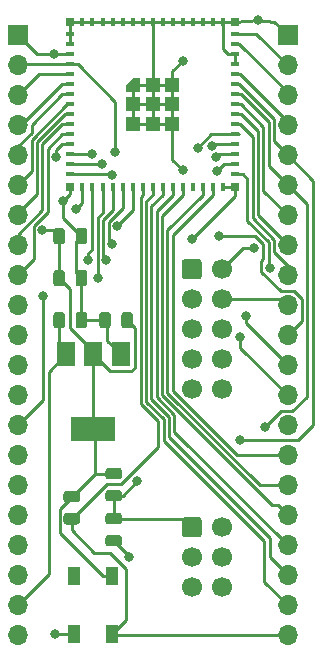
<source format=gbr>
%TF.GenerationSoftware,KiCad,Pcbnew,(5.1.6-0)*%
%TF.CreationDate,2021-10-14T13:54:28-06:00*%
%TF.ProjectId,ESP32-S2-Mini,45535033-322d-4533-922d-4d696e692e6b,rev?*%
%TF.SameCoordinates,Original*%
%TF.FileFunction,Copper,L1,Top*%
%TF.FilePolarity,Positive*%
%FSLAX46Y46*%
G04 Gerber Fmt 4.6, Leading zero omitted, Abs format (unit mm)*
G04 Created by KiCad (PCBNEW (5.1.6-0)) date 2021-10-14 13:54:28*
%MOMM*%
%LPD*%
G01*
G04 APERTURE LIST*
%TA.AperFunction,SMDPad,CuDef*%
%ADD10R,1.500000X2.000000*%
%TD*%
%TA.AperFunction,SMDPad,CuDef*%
%ADD11R,3.800000X2.000000*%
%TD*%
%TA.AperFunction,SMDPad,CuDef*%
%ADD12R,1.200000X1.200000*%
%TD*%
%TA.AperFunction,SMDPad,CuDef*%
%ADD13C,0.100000*%
%TD*%
%TA.AperFunction,SMDPad,CuDef*%
%ADD14R,0.800000X0.800000*%
%TD*%
%TA.AperFunction,SMDPad,CuDef*%
%ADD15R,0.400000X0.800000*%
%TD*%
%TA.AperFunction,SMDPad,CuDef*%
%ADD16R,0.800000X0.400000*%
%TD*%
%TA.AperFunction,ComponentPad*%
%ADD17C,1.700000*%
%TD*%
%TA.AperFunction,ComponentPad*%
%ADD18O,1.700000X1.700000*%
%TD*%
%TA.AperFunction,ComponentPad*%
%ADD19R,1.700000X1.700000*%
%TD*%
%TA.AperFunction,SMDPad,CuDef*%
%ADD20R,1.000000X1.500000*%
%TD*%
%TA.AperFunction,ViaPad*%
%ADD21C,0.800000*%
%TD*%
%TA.AperFunction,Conductor*%
%ADD22C,0.250000*%
%TD*%
G04 APERTURE END LIST*
D10*
%TO.P,U1,1*%
%TO.N,GND*%
X196673500Y-98132500D03*
%TO.P,U1,3*%
%TO.N,+5V*%
X192073500Y-98132500D03*
%TO.P,U1,2*%
%TO.N,+3V3*%
X194373500Y-98132500D03*
D11*
X194373500Y-104432500D03*
%TD*%
D12*
%TO.P,U2,46*%
%TO.N,GND*%
X197740000Y-78612000D03*
X201040000Y-78612000D03*
X201040000Y-75312000D03*
%TA.AperFunction,SMDPad,CuDef*%
D13*
G36*
X198340000Y-75912000D02*
G01*
X197140000Y-75912000D01*
X197140000Y-75312000D01*
X197740000Y-74712000D01*
X198340000Y-74712000D01*
X198340000Y-75912000D01*
G37*
%TD.AperFunction*%
D12*
X199390000Y-78612000D03*
X197740000Y-76962000D03*
X199390000Y-75312000D03*
X201040000Y-76962000D03*
X199390000Y-76962000D03*
D14*
X206390000Y-83962000D03*
X192390000Y-83962000D03*
X206340000Y-69962000D03*
X192390000Y-69962000D03*
D15*
X193440000Y-69962000D03*
X194290000Y-69962000D03*
X195140000Y-69962000D03*
X195990000Y-69962000D03*
X196840000Y-69962000D03*
X197690000Y-69962000D03*
X198540000Y-69962000D03*
X199390000Y-69962000D03*
X200240000Y-69962000D03*
X201090000Y-69962000D03*
X201940000Y-69962000D03*
X202790000Y-69962000D03*
X203640000Y-69962000D03*
X204490000Y-69962000D03*
X205340000Y-69962000D03*
D16*
%TO.P,U2,45*%
%TO.N,/RESET*%
X206390000Y-71012000D03*
%TO.P,U2,44*%
%TO.N,/GPIO46*%
X206390000Y-71862000D03*
%TO.P,U2,43*%
%TO.N,GND*%
X206390000Y-72712000D03*
%TO.P,U2,42*%
X206390000Y-73562000D03*
%TO.P,U2,41*%
%TO.N,/GPIO45*%
X206390000Y-74412000D03*
%TO.P,U2,40*%
%TO.N,/RX*%
X206390000Y-75262000D03*
%TO.P,U2,39*%
%TO.N,/TX*%
X206390000Y-76112000D03*
%TO.P,U2,38*%
%TO.N,/GPIO42*%
X206390000Y-76962000D03*
%TO.P,U2,37*%
%TO.N,/GPIO41*%
X206390000Y-77812000D03*
%TO.P,U2,36*%
%TO.N,/GPIO40*%
X206390000Y-78662000D03*
%TO.P,U2,35*%
%TO.N,/GPIO39*%
X206390000Y-79512000D03*
%TO.P,U2,34*%
%TO.N,/GPIO38*%
X206390000Y-80362000D03*
%TO.P,U2,33*%
%TO.N,/GPIO37*%
X206390000Y-81212000D03*
%TO.P,U2,32*%
%TO.N,/GPIO36*%
X206390000Y-82062000D03*
%TO.P,U2,31*%
%TO.N,/GPIO35*%
X206390000Y-82912000D03*
D15*
%TO.P,U2,30*%
%TO.N,GND*%
X205340000Y-83962000D03*
%TO.P,U2,29*%
%TO.N,/GPIO34*%
X204490000Y-83962000D03*
%TO.P,U2,28*%
%TO.N,/GPIO33*%
X203640000Y-83962000D03*
%TO.P,U2,27*%
%TO.N,N/C*%
X202790000Y-83962000D03*
%TO.P,U2,26*%
%TO.N,/GPIO26*%
X201940000Y-83962000D03*
%TO.P,U2,25*%
%TO.N,/GPIO21*%
X201090000Y-83962000D03*
%TO.P,U2,24*%
%TO.N,/GPIO20*%
X200240000Y-83962000D03*
%TO.P,U2,23*%
%TO.N,/GPIO19*%
X199390000Y-83962000D03*
%TO.P,U2,22*%
%TO.N,/GPIO18*%
X198540000Y-83962000D03*
%TO.P,U2,21*%
%TO.N,/GPIO17*%
X197690000Y-83962000D03*
%TO.P,U2,20*%
%TO.N,/GPIO16*%
X196840000Y-83962000D03*
%TO.P,U2,19*%
%TO.N,/GPIO15*%
X195990000Y-83962000D03*
%TO.P,U2,18*%
%TO.N,/GPIO14*%
X195140000Y-83962000D03*
%TO.P,U2,17*%
%TO.N,/GPIO13*%
X194290000Y-83962000D03*
%TO.P,U2,16*%
%TO.N,/GPIO12*%
X193440000Y-83962000D03*
D16*
%TO.P,U2,15*%
%TO.N,/GPIO11*%
X192390000Y-82912000D03*
%TO.P,U2,14*%
%TO.N,/GPIO10*%
X192390000Y-82062000D03*
%TO.P,U2,13*%
%TO.N,/GPIO9*%
X192390000Y-81212000D03*
%TO.P,U2,12*%
%TO.N,/GPIO8*%
X192390000Y-80362000D03*
%TO.P,U2,11*%
%TO.N,/GPIO7*%
X192390000Y-79512000D03*
%TO.P,U2,10*%
%TO.N,/GPIO6*%
X192390000Y-78662000D03*
%TO.P,U2,9*%
%TO.N,/GPIO5*%
X192390000Y-77812000D03*
%TO.P,U2,8*%
%TO.N,/GPIO4*%
X192390000Y-76962000D03*
%TO.P,U2,7*%
%TO.N,/GPIO3*%
X192390000Y-76112000D03*
%TO.P,U2,6*%
%TO.N,/GPIO2*%
X192390000Y-75262000D03*
%TO.P,U2,5*%
%TO.N,/GPIO1*%
X192390000Y-74412000D03*
%TO.P,U2,4*%
%TO.N,/GPIO0*%
X192390000Y-73562000D03*
%TO.P,U2,3*%
%TO.N,+3V3*%
X192390000Y-72712000D03*
%TO.P,U2,2*%
%TO.N,GND*%
X192390000Y-71862000D03*
%TO.P,U2,1*%
X192390000Y-71012000D03*
%TD*%
%TO.P,R2,2*%
%TO.N,+3V3*%
%TA.AperFunction,SMDPad,CuDef*%
G36*
G01*
X192988250Y-110675000D02*
X192075750Y-110675000D01*
G75*
G02*
X191832000Y-110431250I0J243750D01*
G01*
X191832000Y-109943750D01*
G75*
G02*
X192075750Y-109700000I243750J0D01*
G01*
X192988250Y-109700000D01*
G75*
G02*
X193232000Y-109943750I0J-243750D01*
G01*
X193232000Y-110431250D01*
G75*
G02*
X192988250Y-110675000I-243750J0D01*
G01*
G37*
%TD.AperFunction*%
%TO.P,R2,1*%
%TO.N,/GPIO18*%
%TA.AperFunction,SMDPad,CuDef*%
G36*
G01*
X192988250Y-112550000D02*
X192075750Y-112550000D01*
G75*
G02*
X191832000Y-112306250I0J243750D01*
G01*
X191832000Y-111818750D01*
G75*
G02*
X192075750Y-111575000I243750J0D01*
G01*
X192988250Y-111575000D01*
G75*
G02*
X193232000Y-111818750I0J-243750D01*
G01*
X193232000Y-112306250D01*
G75*
G02*
X192988250Y-112550000I-243750J0D01*
G01*
G37*
%TD.AperFunction*%
%TD*%
%TO.P,R1,2*%
%TO.N,+3V3*%
%TA.AperFunction,SMDPad,CuDef*%
G36*
G01*
X196544250Y-108721500D02*
X195631750Y-108721500D01*
G75*
G02*
X195388000Y-108477750I0J243750D01*
G01*
X195388000Y-107990250D01*
G75*
G02*
X195631750Y-107746500I243750J0D01*
G01*
X196544250Y-107746500D01*
G75*
G02*
X196788000Y-107990250I0J-243750D01*
G01*
X196788000Y-108477750D01*
G75*
G02*
X196544250Y-108721500I-243750J0D01*
G01*
G37*
%TD.AperFunction*%
%TO.P,R1,1*%
%TO.N,/RESET*%
%TA.AperFunction,SMDPad,CuDef*%
G36*
G01*
X196544250Y-110596500D02*
X195631750Y-110596500D01*
G75*
G02*
X195388000Y-110352750I0J243750D01*
G01*
X195388000Y-109865250D01*
G75*
G02*
X195631750Y-109621500I243750J0D01*
G01*
X196544250Y-109621500D01*
G75*
G02*
X196788000Y-109865250I0J-243750D01*
G01*
X196788000Y-110352750D01*
G75*
G02*
X196544250Y-110596500I-243750J0D01*
G01*
G37*
%TD.AperFunction*%
%TD*%
D17*
%TO.P,J4,10*%
%TO.N,N/C*%
X205232000Y-101092000D03*
%TO.P,J4,8*%
%TO.N,/GPIO41*%
X205232000Y-98552000D03*
%TO.P,J4,6*%
%TO.N,/GPIO40*%
X205232000Y-96012000D03*
%TO.P,J4,4*%
%TO.N,/GPIO39*%
X205232000Y-93472000D03*
%TO.P,J4,2*%
%TO.N,/GPIO42*%
X205232000Y-90932000D03*
%TO.P,J4,9*%
%TO.N,GND*%
X202692000Y-101092000D03*
%TO.P,J4,7*%
X202692000Y-98552000D03*
%TO.P,J4,5*%
X202692000Y-96012000D03*
%TO.P,J4,3*%
X202692000Y-93472000D03*
%TO.P,J4,1*%
%TO.N,N/C*%
%TA.AperFunction,ComponentPad*%
G36*
G01*
X201842000Y-91532000D02*
X201842000Y-90332000D01*
G75*
G02*
X202092000Y-90082000I250000J0D01*
G01*
X203292000Y-90082000D01*
G75*
G02*
X203542000Y-90332000I0J-250000D01*
G01*
X203542000Y-91532000D01*
G75*
G02*
X203292000Y-91782000I-250000J0D01*
G01*
X202092000Y-91782000D01*
G75*
G02*
X201842000Y-91532000I0J250000D01*
G01*
G37*
%TD.AperFunction*%
%TD*%
%TO.P,J3,6*%
%TO.N,/GPIO0*%
X205232000Y-117856000D03*
%TO.P,J3,4*%
%TO.N,GND*%
X205232000Y-115316000D03*
%TO.P,J3,2*%
%TO.N,N/C*%
X205232000Y-112776000D03*
%TO.P,J3,5*%
%TO.N,/RX*%
X202692000Y-117856000D03*
%TO.P,J3,3*%
%TO.N,/TX*%
X202692000Y-115316000D03*
%TO.P,J3,1*%
%TO.N,/RESET*%
%TA.AperFunction,ComponentPad*%
G36*
G01*
X201842000Y-113376000D02*
X201842000Y-112176000D01*
G75*
G02*
X202092000Y-111926000I250000J0D01*
G01*
X203292000Y-111926000D01*
G75*
G02*
X203542000Y-112176000I0J-250000D01*
G01*
X203542000Y-113376000D01*
G75*
G02*
X203292000Y-113626000I-250000J0D01*
G01*
X202092000Y-113626000D01*
G75*
G02*
X201842000Y-113376000I0J250000D01*
G01*
G37*
%TD.AperFunction*%
%TD*%
D18*
%TO.P,J2,21*%
%TO.N,/GPIO18*%
X210820000Y-121920000D03*
%TO.P,J2,20*%
%TO.N,/GPIO19*%
X210820000Y-119380000D03*
%TO.P,J2,19*%
%TO.N,/GPIO20*%
X210820000Y-116840000D03*
%TO.P,J2,18*%
%TO.N,/GPIO21*%
X210820000Y-114300000D03*
%TO.P,J2,17*%
%TO.N,/GPIO26*%
X210820000Y-111760000D03*
%TO.P,J2,16*%
%TO.N,/GPIO33*%
X210820000Y-109220000D03*
%TO.P,J2,15*%
%TO.N,/GPIO34*%
X210820000Y-106680000D03*
%TO.P,J2,14*%
%TO.N,/GPIO35*%
X210820000Y-104140000D03*
%TO.P,J2,13*%
%TO.N,/GPIO36*%
X210820000Y-101600000D03*
%TO.P,J2,12*%
%TO.N,/GPIO37*%
X210820000Y-99060000D03*
%TO.P,J2,11*%
%TO.N,/GPIO38*%
X210820000Y-96520000D03*
%TO.P,J2,10*%
%TO.N,/GPIO39*%
X210820000Y-93980000D03*
%TO.P,J2,9*%
%TO.N,/GPIO40*%
X210820000Y-91440000D03*
%TO.P,J2,8*%
%TO.N,/GPIO41*%
X210820000Y-88900000D03*
%TO.P,J2,7*%
%TO.N,/GPIO42*%
X210820000Y-86360000D03*
%TO.P,J2,6*%
%TO.N,/TX*%
X210820000Y-83820000D03*
%TO.P,J2,5*%
%TO.N,/RX*%
X210820000Y-81280000D03*
%TO.P,J2,4*%
%TO.N,/GPIO45*%
X210820000Y-78740000D03*
%TO.P,J2,3*%
%TO.N,/GPIO46*%
X210820000Y-76200000D03*
%TO.P,J2,2*%
%TO.N,/RESET*%
X210820000Y-73660000D03*
D19*
%TO.P,J2,1*%
%TO.N,GND*%
X210820000Y-71120000D03*
%TD*%
D18*
%TO.P,J1,21*%
%TO.N,GND*%
X187960000Y-121920000D03*
%TO.P,J1,20*%
%TO.N,+5V*%
X187960000Y-119380000D03*
%TO.P,J1,19*%
%TO.N,/GPIO17*%
X187960000Y-116840000D03*
%TO.P,J1,18*%
%TO.N,/GPIO16*%
X187960000Y-114300000D03*
%TO.P,J1,17*%
%TO.N,/GPIO15*%
X187960000Y-111760000D03*
%TO.P,J1,16*%
%TO.N,/GPIO14*%
X187960000Y-109220000D03*
%TO.P,J1,15*%
%TO.N,/GPIO13*%
X187960000Y-106680000D03*
%TO.P,J1,14*%
%TO.N,/GPIO12*%
X187960000Y-104140000D03*
%TO.P,J1,13*%
%TO.N,/GPIO11*%
X187960000Y-101600000D03*
%TO.P,J1,12*%
%TO.N,/GPIO10*%
X187960000Y-99060000D03*
%TO.P,J1,11*%
%TO.N,/GPIO9*%
X187960000Y-96520000D03*
%TO.P,J1,10*%
%TO.N,/GPIO8*%
X187960000Y-93980000D03*
%TO.P,J1,9*%
%TO.N,/GPIO7*%
X187960000Y-91440000D03*
%TO.P,J1,8*%
%TO.N,/GPIO6*%
X187960000Y-88900000D03*
%TO.P,J1,7*%
%TO.N,/GPIO5*%
X187960000Y-86360000D03*
%TO.P,J1,6*%
%TO.N,/GPIO4*%
X187960000Y-83820000D03*
%TO.P,J1,5*%
%TO.N,/GPIO3*%
X187960000Y-81280000D03*
%TO.P,J1,4*%
%TO.N,/GPIO2*%
X187960000Y-78740000D03*
%TO.P,J1,3*%
%TO.N,/GPIO1*%
X187960000Y-76200000D03*
%TO.P,J1,2*%
%TO.N,/GPIO0*%
X187960000Y-73660000D03*
D19*
%TO.P,J1,1*%
%TO.N,+3V3*%
X187960000Y-71120000D03*
%TD*%
D20*
%TO.P,D1,1*%
%TO.N,+3V3*%
X195910000Y-116930000D03*
%TO.P,D1,2*%
%TO.N,N/C*%
X192710000Y-116930000D03*
%TO.P,D1,4*%
%TO.N,/GPIO18*%
X195910000Y-121830000D03*
%TO.P,D1,3*%
%TO.N,GND*%
X192710000Y-121830000D03*
%TD*%
%TO.P,C5,2*%
%TO.N,GND*%
%TA.AperFunction,SMDPad,CuDef*%
G36*
G01*
X192855000Y-88594250D02*
X192855000Y-87681750D01*
G75*
G02*
X193098750Y-87438000I243750J0D01*
G01*
X193586250Y-87438000D01*
G75*
G02*
X193830000Y-87681750I0J-243750D01*
G01*
X193830000Y-88594250D01*
G75*
G02*
X193586250Y-88838000I-243750J0D01*
G01*
X193098750Y-88838000D01*
G75*
G02*
X192855000Y-88594250I0J243750D01*
G01*
G37*
%TD.AperFunction*%
%TO.P,C5,1*%
%TO.N,+3V3*%
%TA.AperFunction,SMDPad,CuDef*%
G36*
G01*
X190980000Y-88594250D02*
X190980000Y-87681750D01*
G75*
G02*
X191223750Y-87438000I243750J0D01*
G01*
X191711250Y-87438000D01*
G75*
G02*
X191955000Y-87681750I0J-243750D01*
G01*
X191955000Y-88594250D01*
G75*
G02*
X191711250Y-88838000I-243750J0D01*
G01*
X191223750Y-88838000D01*
G75*
G02*
X190980000Y-88594250I0J243750D01*
G01*
G37*
%TD.AperFunction*%
%TD*%
%TO.P,C4,2*%
%TO.N,+3V3*%
%TA.AperFunction,SMDPad,CuDef*%
G36*
G01*
X191955000Y-91237750D02*
X191955000Y-92150250D01*
G75*
G02*
X191711250Y-92394000I-243750J0D01*
G01*
X191223750Y-92394000D01*
G75*
G02*
X190980000Y-92150250I0J243750D01*
G01*
X190980000Y-91237750D01*
G75*
G02*
X191223750Y-90994000I243750J0D01*
G01*
X191711250Y-90994000D01*
G75*
G02*
X191955000Y-91237750I0J-243750D01*
G01*
G37*
%TD.AperFunction*%
%TO.P,C4,1*%
%TO.N,GND*%
%TA.AperFunction,SMDPad,CuDef*%
G36*
G01*
X193830000Y-91237750D02*
X193830000Y-92150250D01*
G75*
G02*
X193586250Y-92394000I-243750J0D01*
G01*
X193098750Y-92394000D01*
G75*
G02*
X192855000Y-92150250I0J243750D01*
G01*
X192855000Y-91237750D01*
G75*
G02*
X193098750Y-90994000I243750J0D01*
G01*
X193586250Y-90994000D01*
G75*
G02*
X193830000Y-91237750I0J-243750D01*
G01*
G37*
%TD.AperFunction*%
%TD*%
%TO.P,C3,2*%
%TO.N,GND*%
%TA.AperFunction,SMDPad,CuDef*%
G36*
G01*
X195843500Y-94793750D02*
X195843500Y-95706250D01*
G75*
G02*
X195599750Y-95950000I-243750J0D01*
G01*
X195112250Y-95950000D01*
G75*
G02*
X194868500Y-95706250I0J243750D01*
G01*
X194868500Y-94793750D01*
G75*
G02*
X195112250Y-94550000I243750J0D01*
G01*
X195599750Y-94550000D01*
G75*
G02*
X195843500Y-94793750I0J-243750D01*
G01*
G37*
%TD.AperFunction*%
%TO.P,C3,1*%
%TO.N,+3V3*%
%TA.AperFunction,SMDPad,CuDef*%
G36*
G01*
X197718500Y-94793750D02*
X197718500Y-95706250D01*
G75*
G02*
X197474750Y-95950000I-243750J0D01*
G01*
X196987250Y-95950000D01*
G75*
G02*
X196743500Y-95706250I0J243750D01*
G01*
X196743500Y-94793750D01*
G75*
G02*
X196987250Y-94550000I243750J0D01*
G01*
X197474750Y-94550000D01*
G75*
G02*
X197718500Y-94793750I0J-243750D01*
G01*
G37*
%TD.AperFunction*%
%TD*%
%TO.P,C2,2*%
%TO.N,+5V*%
%TA.AperFunction,SMDPad,CuDef*%
G36*
G01*
X191955000Y-94793750D02*
X191955000Y-95706250D01*
G75*
G02*
X191711250Y-95950000I-243750J0D01*
G01*
X191223750Y-95950000D01*
G75*
G02*
X190980000Y-95706250I0J243750D01*
G01*
X190980000Y-94793750D01*
G75*
G02*
X191223750Y-94550000I243750J0D01*
G01*
X191711250Y-94550000D01*
G75*
G02*
X191955000Y-94793750I0J-243750D01*
G01*
G37*
%TD.AperFunction*%
%TO.P,C2,1*%
%TO.N,GND*%
%TA.AperFunction,SMDPad,CuDef*%
G36*
G01*
X193830000Y-94793750D02*
X193830000Y-95706250D01*
G75*
G02*
X193586250Y-95950000I-243750J0D01*
G01*
X193098750Y-95950000D01*
G75*
G02*
X192855000Y-95706250I0J243750D01*
G01*
X192855000Y-94793750D01*
G75*
G02*
X193098750Y-94550000I243750J0D01*
G01*
X193586250Y-94550000D01*
G75*
G02*
X193830000Y-94793750I0J-243750D01*
G01*
G37*
%TD.AperFunction*%
%TD*%
%TO.P,C1,2*%
%TO.N,/RESET*%
%TA.AperFunction,SMDPad,CuDef*%
G36*
G01*
X196544250Y-112531500D02*
X195631750Y-112531500D01*
G75*
G02*
X195388000Y-112287750I0J243750D01*
G01*
X195388000Y-111800250D01*
G75*
G02*
X195631750Y-111556500I243750J0D01*
G01*
X196544250Y-111556500D01*
G75*
G02*
X196788000Y-111800250I0J-243750D01*
G01*
X196788000Y-112287750D01*
G75*
G02*
X196544250Y-112531500I-243750J0D01*
G01*
G37*
%TD.AperFunction*%
%TO.P,C1,1*%
%TO.N,GND*%
%TA.AperFunction,SMDPad,CuDef*%
G36*
G01*
X196544250Y-114406500D02*
X195631750Y-114406500D01*
G75*
G02*
X195388000Y-114162750I0J243750D01*
G01*
X195388000Y-113675250D01*
G75*
G02*
X195631750Y-113431500I243750J0D01*
G01*
X196544250Y-113431500D01*
G75*
G02*
X196788000Y-113675250I0J-243750D01*
G01*
X196788000Y-114162750D01*
G75*
G02*
X196544250Y-114406500I-243750J0D01*
G01*
G37*
%TD.AperFunction*%
%TD*%
D21*
%TO.N,/RESET*%
X198056500Y-108902500D03*
%TO.N,GND*%
X208280000Y-69850000D03*
X191135000Y-121793000D03*
X197366011Y-115260041D03*
X201930000Y-73279000D03*
X201930000Y-82550000D03*
X191833500Y-85153500D03*
X202692012Y-88392000D03*
%TO.N,+3V3*%
X191067000Y-72712000D03*
X190055491Y-87640944D03*
%TO.N,/GPIO17*%
X196378990Y-87249000D03*
%TO.N,/GPIO16*%
X195915032Y-88819387D03*
%TO.N,/GPIO15*%
X195465021Y-90136662D03*
%TO.N,/GPIO14*%
X194727990Y-91694002D03*
%TO.N,/GPIO13*%
X193912979Y-90177030D03*
%TO.N,/GPIO12*%
X190119000Y-93218000D03*
X192913000Y-85852002D03*
%TO.N,/GPIO11*%
X195961000Y-82931000D03*
%TO.N,/GPIO10*%
X195071996Y-82042000D03*
%TO.N,/GPIO9*%
X194276543Y-81171233D03*
%TO.N,/GPIO8*%
X191225000Y-81407000D03*
%TO.N,/GPIO0*%
X196215000Y-81026000D03*
%TO.N,/GPIO35*%
X209296000Y-90805000D03*
%TO.N,/GPIO36*%
X206819502Y-96710500D03*
X204818114Y-82646386D03*
%TO.N,/GPIO37*%
X207285000Y-94869000D03*
X204724000Y-81470500D03*
%TO.N,/GPIO38*%
X204978000Y-88138000D03*
X204421171Y-80517443D03*
%TO.N,/GPIO39*%
X203200000Y-80645000D03*
%TO.N,/GPIO42*%
X207989116Y-89123149D03*
%TO.N,/TX*%
X208915000Y-104305994D03*
%TO.N,/RX*%
X206756000Y-105410000D03*
%TD*%
D22*
%TO.N,/RESET*%
X196088000Y-110109000D02*
X196088000Y-112044000D01*
X201960000Y-112044000D02*
X202692000Y-112776000D01*
X196088000Y-112044000D02*
X201960000Y-112044000D01*
X208172000Y-71012000D02*
X210820000Y-73660000D01*
X206390000Y-71012000D02*
X208172000Y-71012000D01*
X196850000Y-110109000D02*
X198056500Y-108902500D01*
X196088000Y-110109000D02*
X196850000Y-110109000D01*
%TO.N,GND*%
X193342500Y-91694000D02*
X193342500Y-95250000D01*
X193342500Y-95250000D02*
X193421000Y-95250000D01*
X192390000Y-71862000D02*
X192390000Y-69962000D01*
X192390000Y-69962000D02*
X206340000Y-69962000D01*
X199390000Y-69962000D02*
X199390000Y-78612000D01*
X199390000Y-75312000D02*
X197740000Y-75312000D01*
X197740000Y-75312000D02*
X197740000Y-78612000D01*
X197740000Y-78612000D02*
X201040000Y-78612000D01*
X201040000Y-75312000D02*
X199390000Y-75312000D01*
X201040000Y-76962000D02*
X197740000Y-76962000D01*
X205740000Y-72712000D02*
X206390000Y-72712000D01*
X205340000Y-72312000D02*
X205740000Y-72712000D01*
X205340000Y-69962000D02*
X205340000Y-72312000D01*
X206390000Y-72712000D02*
X206390000Y-73562000D01*
X209662000Y-69962000D02*
X210820000Y-71120000D01*
X206340000Y-69962000D02*
X208280000Y-69850000D01*
X208280000Y-69850000D02*
X209662000Y-69962000D01*
X191172000Y-121830000D02*
X191135000Y-121793000D01*
X192710000Y-121830000D02*
X191172000Y-121830000D01*
X206390000Y-83962000D02*
X205340000Y-83962000D01*
X206390000Y-83835000D02*
X206390000Y-83962000D01*
X192856973Y-88623527D02*
X192856973Y-91208473D01*
X192856973Y-91208473D02*
X193342500Y-91694000D01*
X193342500Y-88138000D02*
X192856973Y-88623527D01*
X196088000Y-113919000D02*
X197366011Y-115197011D01*
X197366011Y-115197011D02*
X197366011Y-115260041D01*
X202692000Y-92945190D02*
X202692000Y-93472000D01*
X201040000Y-75312000D02*
X201040000Y-75566000D01*
X201040000Y-78612000D02*
X201040000Y-75566000D01*
X201040000Y-74169000D02*
X201930000Y-73279000D01*
X201040000Y-75312000D02*
X201040000Y-74169000D01*
X193342500Y-95250000D02*
X195531500Y-95250000D01*
X195531500Y-96990500D02*
X196673500Y-98132500D01*
X195531500Y-95250000D02*
X195531500Y-96990500D01*
X201040000Y-78612000D02*
X201040000Y-81660000D01*
X201040000Y-81660000D02*
X201930000Y-82550000D01*
X193342500Y-88138000D02*
X191833500Y-86629000D01*
X191833500Y-86629000D02*
X191833500Y-85153500D01*
X192390000Y-83962000D02*
X192390000Y-84597000D01*
X192390000Y-84597000D02*
X191833500Y-85153500D01*
X206390000Y-83962000D02*
X206390000Y-84694012D01*
X206390000Y-84694012D02*
X202692012Y-88392000D01*
%TO.N,+5V*%
X190569009Y-99636991D02*
X192073500Y-98132500D01*
X190569009Y-116770991D02*
X190569009Y-99636991D01*
X187960000Y-119380000D02*
X190569009Y-116770991D01*
X191467500Y-97526500D02*
X192073500Y-98132500D01*
X191467500Y-95250000D02*
X191467500Y-97526500D01*
%TO.N,+3V3*%
X189552000Y-72712000D02*
X187960000Y-71120000D01*
X191467500Y-91694000D02*
X191467500Y-88138000D01*
X191067000Y-72712000D02*
X189552000Y-72712000D01*
X192390000Y-72712000D02*
X191067000Y-72712000D01*
X194485500Y-108234000D02*
X192532000Y-110187500D01*
X196088000Y-108234000D02*
X194485500Y-108234000D01*
X191506990Y-111212510D02*
X192532000Y-110187500D01*
X191506990Y-113276990D02*
X191506990Y-111212510D01*
X195160000Y-116930000D02*
X191506990Y-113276990D01*
X195910000Y-116930000D02*
X195160000Y-116930000D01*
X191467500Y-88138000D02*
X190970444Y-87640944D01*
X190970444Y-87640944D02*
X190055491Y-87640944D01*
X194485500Y-104544500D02*
X194373500Y-104432500D01*
X194485500Y-108234000D02*
X194485500Y-104544500D01*
X194373500Y-104432500D02*
X194373500Y-98132500D01*
X194373500Y-98132500D02*
X194350000Y-98132500D01*
X195809000Y-99568000D02*
X194373500Y-98132500D01*
X197573002Y-99568000D02*
X195809000Y-99568000D01*
X197866000Y-99275002D02*
X197573002Y-99568000D01*
X197866000Y-95885000D02*
X197866000Y-99275002D01*
X197231000Y-95250000D02*
X197866000Y-95885000D01*
X192405000Y-95885000D02*
X194373500Y-97853500D01*
X194373500Y-97853500D02*
X194373500Y-98132500D01*
X192405000Y-92631500D02*
X192405000Y-95885000D01*
X191467500Y-91694000D02*
X192405000Y-92631500D01*
%TO.N,/GPIO18*%
X196000000Y-121920000D02*
X195910000Y-121830000D01*
X210820000Y-121920000D02*
X196000000Y-121920000D01*
X197104000Y-116288998D02*
X197104000Y-120636000D01*
X195750002Y-114935000D02*
X197104000Y-116288998D01*
X197104000Y-120636000D02*
X195910000Y-121830000D01*
X194437000Y-114935000D02*
X195750002Y-114935000D01*
X192532000Y-113030000D02*
X194437000Y-114935000D01*
X192532000Y-112062500D02*
X192532000Y-113030000D01*
X192532000Y-112062500D02*
X195501500Y-109093000D01*
X198366913Y-84785087D02*
X198540000Y-84612000D01*
X198366913Y-102324381D02*
X198366913Y-84785087D01*
X196733350Y-109093000D02*
X199861002Y-105965348D01*
X195501500Y-109093000D02*
X196733350Y-109093000D01*
X199861002Y-105965348D02*
X199861002Y-103818470D01*
X199861002Y-103818470D02*
X198366913Y-102324381D01*
X198540000Y-84612000D02*
X198540000Y-83962000D01*
%TO.N,/GPIO17*%
X197690000Y-83962000D02*
X197690000Y-85937990D01*
X197690000Y-85937990D02*
X196378990Y-87249000D01*
%TO.N,/GPIO16*%
X195653988Y-88558343D02*
X195915032Y-88819387D01*
X196840000Y-85714986D02*
X195653988Y-86900998D01*
X196840000Y-83962000D02*
X196840000Y-85714986D01*
X195653988Y-86900998D02*
X195653988Y-88558343D01*
%TO.N,/GPIO15*%
X195190022Y-86728553D02*
X195190022Y-89861663D01*
X195990000Y-85928575D02*
X195190022Y-86728553D01*
X195190022Y-89861663D02*
X195465021Y-90136662D01*
X195990000Y-83962000D02*
X195990000Y-85928575D01*
%TO.N,/GPIO14*%
X194740011Y-91681981D02*
X194727990Y-91694002D01*
X194740011Y-86542153D02*
X194740011Y-91681981D01*
X195140000Y-86142164D02*
X194740011Y-86542153D01*
X195140000Y-83962000D02*
X195140000Y-86142164D01*
%TO.N,/GPIO13*%
X194290000Y-89234324D02*
X193912979Y-89611345D01*
X193912979Y-89611345D02*
X193912979Y-90177030D01*
X194290000Y-83962000D02*
X194290000Y-89234324D01*
%TO.N,/GPIO12*%
X190119000Y-101981000D02*
X187960000Y-104140000D01*
X190119000Y-93218000D02*
X190119000Y-101981000D01*
X193440000Y-83962000D02*
X193440000Y-85325002D01*
X193440000Y-85325002D02*
X192913000Y-85852002D01*
%TO.N,/GPIO11*%
X192390000Y-82912000D02*
X192513000Y-82912000D01*
X195942000Y-82912000D02*
X195961000Y-82931000D01*
X192390000Y-82912000D02*
X195942000Y-82912000D01*
%TO.N,/GPIO10*%
X192390000Y-82062000D02*
X195051996Y-82062000D01*
X195051996Y-82062000D02*
X195071996Y-82042000D01*
%TO.N,/GPIO9*%
X194235776Y-81212000D02*
X194276543Y-81171233D01*
X192390000Y-81212000D02*
X194235776Y-81212000D01*
%TO.N,/GPIO8*%
X191225000Y-80877000D02*
X191225000Y-81407000D01*
X191740000Y-80362000D02*
X191225000Y-80877000D01*
X192390000Y-80362000D02*
X191740000Y-80362000D01*
%TO.N,/GPIO7*%
X190499999Y-86123432D02*
X189330489Y-87292942D01*
X189330489Y-87292942D02*
X189330489Y-90069511D01*
X191740000Y-79512000D02*
X190499999Y-80752001D01*
X192390000Y-79512000D02*
X191740000Y-79512000D01*
X189330489Y-90069511D02*
X187960000Y-91440000D01*
X190499999Y-80752001D02*
X190499999Y-86123432D01*
%TO.N,/GPIO6*%
X190049988Y-85937032D02*
X187960000Y-88027020D01*
X192390000Y-78662000D02*
X191740000Y-78662000D01*
X187960000Y-88027020D02*
X187960000Y-88900000D01*
X191740000Y-78662000D02*
X190049988Y-80352012D01*
X190049988Y-80352012D02*
X190049988Y-85937032D01*
%TO.N,/GPIO5*%
X189599978Y-84533197D02*
X187960000Y-86173175D01*
X191953589Y-77812000D02*
X189599978Y-80165611D01*
X189599978Y-80165611D02*
X189599978Y-84533197D01*
X187960000Y-86173175D02*
X187960000Y-86360000D01*
X192390000Y-77812000D02*
X191953589Y-77812000D01*
%TO.N,/GPIO4*%
X192167178Y-76962000D02*
X189149967Y-79979211D01*
X189149967Y-82630033D02*
X187960000Y-83820000D01*
X192390000Y-76962000D02*
X192167178Y-76962000D01*
X189149967Y-79979211D02*
X189149967Y-82630033D01*
%TO.N,/GPIO3*%
X191740000Y-76112000D02*
X189135001Y-78716999D01*
X192390000Y-76112000D02*
X191740000Y-76112000D01*
X189135001Y-79357766D02*
X187960000Y-80532767D01*
X187960000Y-80532767D02*
X187960000Y-81280000D01*
X189135001Y-78716999D02*
X189135001Y-79357766D01*
%TO.N,/GPIO2*%
X188262000Y-78740000D02*
X187960000Y-78740000D01*
X191740000Y-75262000D02*
X188262000Y-78740000D01*
X192390000Y-75262000D02*
X191740000Y-75262000D01*
%TO.N,/GPIO1*%
X189748000Y-74412000D02*
X187960000Y-76200000D01*
X192390000Y-74412000D02*
X189748000Y-74412000D01*
%TO.N,/GPIO0*%
X188058000Y-73562000D02*
X187960000Y-73660000D01*
X192390000Y-73562000D02*
X188058000Y-73562000D01*
X196215000Y-76737000D02*
X196215000Y-81026000D01*
X193040000Y-73562000D02*
X196215000Y-76737000D01*
X192390000Y-73562000D02*
X193040000Y-73562000D01*
%TO.N,/GPIO19*%
X210820000Y-119164998D02*
X210820000Y-119380000D01*
X199390000Y-84612000D02*
X198816924Y-85185076D01*
X208845989Y-113976989D02*
X208845989Y-117405989D01*
X208845989Y-117405989D02*
X210820000Y-119380000D01*
X199390000Y-83962000D02*
X199390000Y-84612000D01*
X198816924Y-85185076D02*
X198816924Y-102137981D01*
X200311013Y-103632070D02*
X200311013Y-105442013D01*
X200311013Y-105442013D02*
X208845989Y-113976989D01*
X198816924Y-102137981D02*
X200311013Y-103632070D01*
%TO.N,/GPIO20*%
X199266938Y-85585062D02*
X199266938Y-101951584D01*
X209296000Y-113665000D02*
X209296000Y-115316000D01*
X209970001Y-115990001D02*
X210820000Y-116840000D01*
X209296000Y-115316000D02*
X209970001Y-115990001D01*
X200240000Y-84612000D02*
X199266938Y-85585062D01*
X199266938Y-101951584D02*
X200761024Y-103445670D01*
X200761024Y-103445670D02*
X200761024Y-105130024D01*
X200240000Y-83962000D02*
X200240000Y-84612000D01*
X200761024Y-105130024D02*
X209296000Y-113665000D01*
%TO.N,/GPIO21*%
X199716949Y-101765184D02*
X201211035Y-103259270D01*
X201211035Y-104691035D02*
X210820000Y-114300000D01*
X201211035Y-103259270D02*
X201211035Y-104691035D01*
X201090000Y-83962000D02*
X201090000Y-84612000D01*
X199716949Y-85985051D02*
X199716949Y-101765184D01*
X201090000Y-84612000D02*
X199716949Y-85985051D01*
%TO.N,/GPIO26*%
X200166960Y-101578784D02*
X209498177Y-110910001D01*
X201940000Y-84612000D02*
X200166960Y-86385040D01*
X200166960Y-86385040D02*
X200166960Y-101578784D01*
X209498177Y-110910001D02*
X209970001Y-110910001D01*
X209970001Y-110910001D02*
X210820000Y-111760000D01*
X201940000Y-83962000D02*
X201940000Y-84612000D01*
%TO.N,/GPIO33*%
X210820000Y-109220000D02*
X208444587Y-109220000D01*
X203640000Y-84612000D02*
X203640000Y-83962000D01*
X200616971Y-87635029D02*
X203640000Y-84612000D01*
X200616971Y-101392384D02*
X200616971Y-87635029D01*
X208444587Y-109220000D02*
X200616971Y-101392384D01*
%TO.N,/GPIO34*%
X206540998Y-106680000D02*
X210820000Y-106680000D01*
X201066982Y-101205984D02*
X206540998Y-106680000D01*
X201066982Y-88035018D02*
X201066982Y-101205984D01*
X204490000Y-84612000D02*
X201066982Y-88035018D01*
X204490000Y-83962000D02*
X204490000Y-84612000D01*
%TO.N,/GPIO35*%
X209194988Y-90703988D02*
X209296000Y-90805000D01*
X207391000Y-83263000D02*
X207391000Y-86809584D01*
X209194988Y-88613572D02*
X209194988Y-90703988D01*
X207391000Y-86809584D02*
X209194988Y-88613572D01*
X207040000Y-82912000D02*
X207391000Y-83263000D01*
X206390000Y-82912000D02*
X207040000Y-82912000D01*
%TO.N,/GPIO36*%
X210820000Y-101600000D02*
X206819502Y-97599502D01*
X206819502Y-97599502D02*
X206819502Y-96710500D01*
X206390000Y-82062000D02*
X205402500Y-82062000D01*
X205402500Y-82062000D02*
X204818114Y-82646386D01*
%TO.N,/GPIO37*%
X207285000Y-95525000D02*
X207285000Y-94869000D01*
X210820000Y-99060000D02*
X207285000Y-95525000D01*
X204982500Y-81212000D02*
X204724000Y-81470500D01*
X206390000Y-81212000D02*
X204982500Y-81212000D01*
%TO.N,/GPIO38*%
X211995001Y-93415999D02*
X211384001Y-92804999D01*
X208083005Y-88138000D02*
X204978000Y-88138000D01*
X208744977Y-88799972D02*
X208083005Y-88138000D01*
X211384001Y-92804999D02*
X210222997Y-92804999D01*
X208570997Y-91152999D02*
X208570997Y-90203001D01*
X208744977Y-90029021D02*
X208744977Y-88799972D01*
X210820000Y-96520000D02*
X211995001Y-95344999D01*
X211995001Y-95344999D02*
X211995001Y-93415999D01*
X210222997Y-92804999D02*
X208570997Y-91152999D01*
X208570997Y-90203001D02*
X208744977Y-90029021D01*
X204576614Y-80362000D02*
X204421171Y-80517443D01*
X206390000Y-80362000D02*
X204576614Y-80362000D01*
%TO.N,/GPIO39*%
X206390000Y-79512000D02*
X206725002Y-79512000D01*
X210185000Y-93980000D02*
X210820000Y-93980000D01*
X204333000Y-79512000D02*
X203200000Y-80645000D01*
X206390000Y-79512000D02*
X204333000Y-79512000D01*
X210312000Y-93472000D02*
X210820000Y-93980000D01*
X205232000Y-93472000D02*
X210312000Y-93472000D01*
%TO.N,/GPIO40*%
X210820000Y-90618174D02*
X210820000Y-91440000D01*
X209644999Y-89443173D02*
X210820000Y-90618174D01*
X209644999Y-88427172D02*
X209644999Y-89443173D01*
X207844959Y-79701959D02*
X207844959Y-86627132D01*
X206805000Y-78662000D02*
X207844959Y-79701959D01*
X207844959Y-86627132D02*
X209644999Y-88427172D01*
X206390000Y-78662000D02*
X206805000Y-78662000D01*
%TO.N,/GPIO41*%
X208294969Y-86374969D02*
X210820000Y-88900000D01*
X208294969Y-79262969D02*
X208294969Y-86374969D01*
X206844000Y-77812000D02*
X208294969Y-79262969D01*
X206390000Y-77812000D02*
X206844000Y-77812000D01*
%TO.N,/GPIO42*%
X205232000Y-90932000D02*
X207040851Y-89123149D01*
X207040851Y-89123149D02*
X207989116Y-89123149D01*
X208744979Y-84284979D02*
X210820000Y-86360000D01*
X208744979Y-78879354D02*
X208744979Y-84284979D01*
X206827625Y-76962000D02*
X208744979Y-78879354D01*
X206390000Y-76962000D02*
X206827625Y-76962000D01*
%TO.N,/TX*%
X212445010Y-101713992D02*
X211194003Y-102964999D01*
X211194003Y-102964999D02*
X210255995Y-102964999D01*
X210820000Y-83820000D02*
X212445010Y-85445010D01*
X212445010Y-85445010D02*
X212445010Y-101713992D01*
X210255995Y-102964999D02*
X208915000Y-104305994D01*
X209194989Y-82194989D02*
X210820000Y-83820000D01*
X209194989Y-78483488D02*
X209194989Y-82194989D01*
X206823501Y-76112000D02*
X209194989Y-78483488D01*
X206390000Y-76112000D02*
X206823501Y-76112000D01*
%TO.N,/RX*%
X209644999Y-80104999D02*
X210820000Y-81280000D01*
X209644999Y-78181997D02*
X209644999Y-80104999D01*
X206725002Y-75262000D02*
X209644999Y-78181997D01*
X206390000Y-75262000D02*
X206725002Y-75262000D01*
X211709000Y-105410000D02*
X206756000Y-105410000D01*
X212979000Y-104140000D02*
X211709000Y-105410000D01*
X212979000Y-83439000D02*
X212979000Y-104140000D01*
X210820000Y-81280000D02*
X212979000Y-83439000D01*
%TO.N,/GPIO45*%
X210820000Y-78432999D02*
X210820000Y-78740000D01*
X206799001Y-74412000D02*
X210820000Y-78432999D01*
X206390000Y-74412000D02*
X206799001Y-74412000D01*
%TO.N,/GPIO46*%
X210820000Y-75956998D02*
X210820000Y-76200000D01*
X206725002Y-71862000D02*
X210820000Y-75956998D01*
X206390000Y-71862000D02*
X206725002Y-71862000D01*
%TD*%
M02*

</source>
